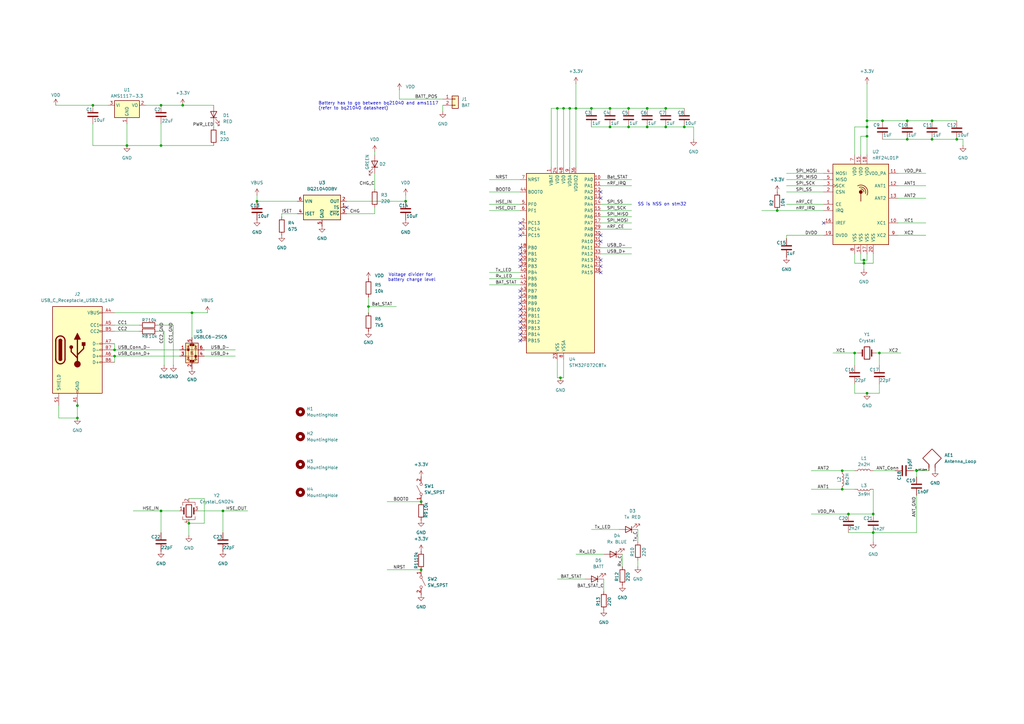
<source format=kicad_sch>
(kicad_sch (version 20231120) (generator "eeschema") (generator_version "8.0")
  (paper "A3")
  (lib_symbols
    (symbol "Battery_Management:BQ21040DBV"
      (property "Reference" "U" (at -7.62 6.35 0))
      (property "Value" "BQ21040DBV" (at 1.27 6.35 0))
      (symbol "BQ21040DBV_1_1"
        (pin input line (at 10.16 0 180) (length 2.54) (name "TS") (number "1"))
        (pin power_out line (at 10.16 2.54 180) (length 2.54) (name "OUT") (number "2"))
        (pin open_collector line (at 10.16 -2.54 180) (length 2.54) (name "~{CHG}") (number "3"))
        (pin input line (at -10.16 -2.54 0) (length 2.54) (name "ISET") (number "4"))
        (pin power_in line (at 0 -7.62 90) (length 2.54) (name "GND") (number "5"))
        (pin power_in line (at -10.16 2.54 0) (length 2.54) (name "VIN") (number "6"))
      )
    )
    (symbol "Connector:USB_C_Receptacle_USB2.0_14P" (pin_names (offset 1.016))
      (property "Reference" "J" (at 0 22.225 0))
      (property "Value" "USB_C_Receptacle_USB2.0_14P" (at 0 19.685 0))
      (symbol "USB_C_Receptacle_USB2.0_14P_1_1"
        (pin passive line (at 0 -22.86 90) (length 5.08) (name "GND") (number "A1"))
        (pin passive line (at 0 -22.86 90) (length 5.08) hide (name "GND") (number "A12"))
        (pin passive line (at 15.24 15.24 180) (length 5.08) (name "VBUS") (number "A4"))
        (pin bidirectional line (at 15.24 10.16 180) (length 5.08) (name "CC1") (number "A5"))
        (pin bidirectional line (at 15.24 -2.54 180) (length 5.08) (name "D+") (number "A6"))
        (pin bidirectional line (at 15.24 2.54 180) (length 5.08) (name "D-") (number "A7"))
        (pin passive line (at 15.24 15.24 180) (length 5.08) hide (name "VBUS") (number "A9"))
        (pin passive line (at 0 -22.86 90) (length 5.08) hide (name "GND") (number "B1"))
        (pin passive line (at 0 -22.86 90) (length 5.08) hide (name "GND") (number "B12"))
        (pin passive line (at 15.24 15.24 180) (length 5.08) hide (name "VBUS") (number "B4"))
        (pin bidirectional line (at 15.24 7.62 180) (length 5.08) (name "CC2") (number "B5"))
        (pin bidirectional line (at 15.24 -5.08 180) (length 5.08) (name "D+") (number "B6"))
        (pin bidirectional line (at 15.24 0 180) (length 5.08) (name "D-") (number "B7"))
        (pin passive line (at 15.24 15.24 180) (length 5.08) hide (name "VBUS") (number "B9"))
        (pin passive line (at -7.62 -22.86 90) (length 5.08) (name "SHIELD") (number "S1"))
      )
    )
    (symbol "Connector_Generic:Conn_01x02" (pin_names (offset 1.016) hide)
      (property "Reference" "J" (at 0 2.54 0))
      (property "Value" "Conn_01x02" (at 0 -5.08 0))
      (symbol "Conn_01x02_1_1"
        (pin passive line (at -5.08 0 0) (length 3.81) (name "Pin_1") (number "1"))
        (pin passive line (at -5.08 -2.54 0) (length 3.81) (name "Pin_2") (number "2"))
      )
    )
    (symbol "Device:Antenna_Loop" (pin_numbers hide) (pin_names (offset 1.016) hide)
      (property "Reference" "AE" (at 1.27 6.35 0))
      (property "Value" "Antenna_Loop" (at 1.27 5.08 0))
      (symbol "Antenna_Loop_1_1"
        (pin input line (at 0 -5.08 90) (length 2.54) (name "~") (number "1"))
        (pin input line (at 2.54 -5.08 90) (length 2.54) (name "~") (number "2"))
      )
    )
    (symbol "Device:C" (pin_numbers hide) (pin_names (offset 0.254))
      (property "Reference" "C" (at 0.635 2.54 0))
      (property "Value" "C" (at 0.635 -2.54 0))
      (symbol "C_1_1"
        (pin passive line (at 0 3.81 270) (length 2.794) (name "~") (number "1"))
        (pin passive line (at 0 -3.81 90) (length 2.794) (name "~") (number "2"))
      )
    )
    (symbol "Device:Crystal" (pin_numbers hide) (pin_names (offset 1.016) hide)
      (property "Reference" "Y" (at 0 3.81 0))
      (property "Value" "Crystal" (at 0 -3.81 0))
      (symbol "Crystal_1_1"
        (pin passive line (at -3.81 0 0) (length 1.27) (name "1") (number "1"))
        (pin passive line (at 3.81 0 180) (length 1.27) (name "2") (number "2"))
      )
    )
    (symbol "Device:Crystal_GND24" (pin_names (offset 1.016) hide)
      (property "Reference" "Y" (at 3.175 5.08 0))
      (property "Value" "Crystal_GND24" (at 3.175 3.175 0))
      (symbol "Crystal_GND24_1_1"
        (pin passive line (at -3.81 0 0) (length 1.27) (name "1") (number "1"))
        (pin passive line (at 0 5.08 270) (length 1.27) (name "2") (number "2"))
        (pin passive line (at 3.81 0 180) (length 1.27) (name "3") (number "3"))
        (pin passive line (at 0 -5.08 90) (length 1.27) (name "4") (number "4"))
      )
    )
    (symbol "Device:L" (pin_numbers hide) (pin_names (offset 1.016) hide)
      (property "Reference" "L" (at -1.27 0 90))
      (property "Value" "L" (at 1.905 0 90))
      (symbol "L_1_1"
        (pin passive line (at 0 3.81 270) (length 1.27) (name "1") (number "1"))
        (pin passive line (at 0 -3.81 90) (length 1.27) (name "2") (number "2"))
      )
    )
    (symbol "Device:LED" (pin_numbers hide) (pin_names (offset 1.016) hide)
      (property "Reference" "D" (at 0 2.54 0))
      (property "Value" "LED" (at 0 -2.54 0))
      (symbol "LED_1_1"
        (pin passive line (at -3.81 0 0) (length 2.54) (name "K") (number "1"))
        (pin passive line (at 3.81 0 180) (length 2.54) (name "A") (number "2"))
      )
    )
    (symbol "Device:R" (pin_numbers hide) (pin_names (offset 0))
      (property "Reference" "R" (at 2.032 0 90))
      (property "Value" "R" (at 0 0 90))
      (symbol "R_1_1"
        (pin passive line (at 0 3.81 270) (length 1.27) (name "~") (number "1"))
        (pin passive line (at 0 -3.81 90) (length 1.27) (name "~") (number "2"))
      )
    )
    (symbol "MCU_ST_STM32F0:STM32F072C8Tx"
      (property "Reference" "U" (at -12.7 39.37 0))
      (property "Value" "STM32F072C8Tx" (at 10.16 39.37 0))
      (symbol "STM32F072C8Tx_1_1"
        (pin power_in line (at -2.54 40.64 270) (length 2.54) (name "VBAT") (number "1"))
        (pin bidirectional line (at 17.78 35.56 180) (length 2.54) (name "PA0") (number "10"))
        (pin bidirectional line (at 17.78 33.02 180) (length 2.54) (name "PA1") (number "11"))
        (pin bidirectional line (at 17.78 30.48 180) (length 2.54) (name "PA2") (number "12"))
        (pin bidirectional line (at 17.78 27.94 180) (length 2.54) (name "PA3") (number "13"))
        (pin bidirectional line (at 17.78 25.4 180) (length 2.54) (name "PA4") (number "14"))
        (pin bidirectional line (at 17.78 22.86 180) (length 2.54) (name "PA5") (number "15"))
        (pin bidirectional line (at 17.78 20.32 180) (length 2.54) (name "PA6") (number "16"))
        (pin bidirectional line (at 17.78 17.78 180) (length 2.54) (name "PA7") (number "17"))
        (pin bidirectional line (at -15.24 7.62 0) (length 2.54) (name "PB0") (number "18"))
        (pin bidirectional line (at -15.24 5.08 0) (length 2.54) (name "PB1") (number "19"))
        (pin bidirectional line (at -15.24 17.78 0) (length 2.54) (name "PC13") (number "2"))
        (pin bidirectional line (at -15.24 2.54 0) (length 2.54) (name "PB2") (number "20"))
        (pin bidirectional line (at -15.24 -17.78 0) (length 2.54) (name "PB10") (number "21"))
        (pin bidirectional line (at -15.24 -20.32 0) (length 2.54) (name "PB11") (number "22"))
        (pin power_in line (at 0 -38.1 90) (length 2.54) (name "VSS") (number "23"))
        (pin power_in line (at 0 40.64 270) (length 2.54) (name "VDD") (number "24"))
        (pin bidirectional line (at -15.24 -22.86 0) (length 2.54) (name "PB12") (number "25"))
        (pin bidirectional line (at -15.24 -25.4 0) (length 2.54) (name "PB13") (number "26"))
        (pin bidirectional line (at -15.24 -27.94 0) (length 2.54) (name "PB14") (number "27"))
        (pin bidirectional line (at -15.24 -30.48 0) (length 2.54) (name "PB15") (number "28"))
        (pin bidirectional line (at 17.78 15.24 180) (length 2.54) (name "PA8") (number "29"))
        (pin bidirectional line (at -15.24 15.24 0) (length 2.54) (name "PC14") (number "3"))
        (pin bidirectional line (at 17.78 12.7 180) (length 2.54) (name "PA9") (number "30"))
        (pin bidirectional line (at 17.78 10.16 180) (length 2.54) (name "PA10") (number "31"))
        (pin bidirectional line (at 17.78 7.62 180) (length 2.54) (name "PA11") (number "32"))
        (pin bidirectional line (at 17.78 5.08 180) (length 2.54) (name "PA12") (number "33"))
        (pin bidirectional line (at 17.78 2.54 180) (length 2.54) (name "PA13") (number "34"))
        (pin passive line (at 0 -38.1 90) (length 2.54) hide (name "VSS") (number "35"))
        (pin power_in line (at 7.62 40.64 270) (length 2.54) (name "VDDIO2") (number "36"))
        (pin bidirectional line (at 17.78 0 180) (length 2.54) (name "PA14") (number "37"))
        (pin bidirectional line (at 17.78 -2.54 180) (length 2.54) (name "PA15") (number "38"))
        (pin bidirectional line (at -15.24 0 0) (length 2.54) (name "PB3") (number "39"))
        (pin bidirectional line (at -15.24 12.7 0) (length 2.54) (name "PC15") (number "4"))
        (pin bidirectional line (at -15.24 -2.54 0) (length 2.54) (name "PB4") (number "40"))
        (pin bidirectional line (at -15.24 -5.08 0) (length 2.54) (name "PB5") (number "41"))
        (pin bidirectional line (at -15.24 -7.62 0) (length 2.54) (name "PB6") (number "42"))
        (pin bidirectional line (at -15.24 -10.16 0) (length 2.54) (name "PB7") (number "43"))
        (pin input line (at -15.24 30.48 0) (length 2.54) (name "BOOT0") (number "44"))
        (pin bidirectional line (at -15.24 -12.7 0) (length 2.54) (name "PB8") (number "45"))
        (pin bidirectional line (at -15.24 -15.24 0) (length 2.54) (name "PB9") (number "46"))
        (pin passive line (at 0 -38.1 90) (length 2.54) hide (name "VSS") (number "47"))
        (pin power_in line (at 2.54 40.64 270) (length 2.54) (name "VDD") (number "48"))
        (pin bidirectional line (at -15.24 25.4 0) (length 2.54) (name "PF0") (number "5"))
        (pin bidirectional line (at -15.24 22.86 0) (length 2.54) (name "PF1") (number "6"))
        (pin input line (at -15.24 35.56 0) (length 2.54) (name "NRST") (number "7"))
        (pin power_in line (at 2.54 -38.1 90) (length 2.54) (name "VSSA") (number "8"))
        (pin power_in line (at 5.08 40.64 270) (length 2.54) (name "VDDA") (number "9"))
      )
    )
    (symbol "Mechanical:MountingHole" (pin_names (offset 1.016)) (exclude_from_sim yes) (in_bom no)
      (property "Reference" "H" (at 0 5.08 0))
      (property "Value" "MountingHole" (at 0 3.175 0))
    )
    (symbol "Power_Protection:USBLC6-2SC6" (pin_names hide)
      (property "Reference" "U" (at 0.635 5.715 0))
      (property "Value" "USBLC6-2SC6" (at 0.635 3.81 0))
      (symbol "USBLC6-2SC6_1_1"
        (pin passive line (at -5.08 0 0) (length 2.54) (name "I/O1") (number "1"))
        (pin passive line (at 0 -7.62 90) (length 2.54) (name "GND") (number "2"))
        (pin passive line (at -5.08 -2.54 0) (length 2.54) (name "I/O2") (number "3"))
        (pin passive line (at 5.08 -2.54 180) (length 2.54) (name "I/O2") (number "4"))
        (pin passive line (at 0 5.08 270) (length 2.54) (name "VBUS") (number "5"))
        (pin passive line (at 5.08 0 180) (length 2.54) (name "I/O1") (number "6"))
      )
    )
    (symbol "RF:nRF24L01P" (pin_names (offset 1.016))
      (property "Reference" "U" (at -11.43 17.78 0))
      (property "Value" "nRF24L01P" (at 5.08 17.78 0))
      (symbol "nRF24L01P_1_1"
        (pin input line (at -15.24 0 0) (length 3.81) (name "CE") (number "1"))
        (pin passive line (at 15.24 -7.62 180) (length 3.81) (name "XC1") (number "10"))
        (pin power_out line (at 15.24 12.7 180) (length 3.81) (name "VDD_PA") (number "11"))
        (pin passive line (at 15.24 7.62 180) (length 3.81) (name "ANT1") (number "12"))
        (pin passive line (at 15.24 2.54 180) (length 3.81) (name "ANT2") (number "13"))
        (pin power_in line (at 0 -20.32 90) (length 3.81) (name "VSS") (number "14"))
        (pin power_in line (at 0 20.32 270) (length 3.81) (name "VDD") (number "15"))
        (pin passive line (at -15.24 -7.62 0) (length 3.81) (name "IREF") (number "16"))
        (pin power_in line (at 2.54 -20.32 90) (length 3.81) (name "VSS") (number "17"))
        (pin power_in line (at 2.54 20.32 270) (length 3.81) (name "VDD") (number "18"))
        (pin power_out line (at -15.24 -12.7 0) (length 3.81) (name "DVDD") (number "19"))
        (pin input line (at -15.24 5.08 0) (length 3.81) (name "CSN") (number "2"))
        (pin power_in line (at 5.08 -20.32 90) (length 3.81) (name "VSS") (number "20"))
        (pin input clock (at -15.24 7.62 0) (length 3.81) (name "SCK") (number "3"))
        (pin input line (at -15.24 12.7 0) (length 3.81) (name "MOSI") (number "4"))
        (pin output line (at -15.24 10.16 0) (length 3.81) (name "MISO") (number "5"))
        (pin output line (at -15.24 -2.54 0) (length 3.81) (name "IRQ") (number "6"))
        (pin power_in line (at -2.54 20.32 270) (length 3.81) (name "VDD") (number "7"))
        (pin power_in line (at -2.54 -20.32 90) (length 3.81) (name "VSS") (number "8"))
        (pin passive line (at 15.24 -12.7 180) (length 3.81) (name "XC2") (number "9"))
      )
    )
    (symbol "Regulator_Linear:AMS1117-3.3"
      (property "Reference" "U" (at -3.81 3.175 0))
      (property "Value" "AMS1117-3.3" (at 0 3.175 0))
      (symbol "AMS1117-3.3_1_1"
        (pin power_in line (at 0 -7.62 90) (length 2.54) (name "GND") (number "1"))
        (pin power_out line (at 7.62 0 180) (length 2.54) (name "VO") (number "2"))
        (pin power_in line (at -7.62 0 0) (length 2.54) (name "VI") (number "3"))
      )
    )
    (symbol "Switch:SW_SPST" (pin_names (offset 0) hide)
      (property "Reference" "SW" (at 0 3.175 0))
      (property "Value" "SW_SPST" (at 0 -2.54 0))
      (symbol "SW_SPST_1_1"
        (pin passive line (at -5.08 0 0) (length 2.54) (name "A") (number "1"))
        (pin passive line (at 5.08 0 180) (length 2.54) (name "B") (number "2"))
      )
    )
    (symbol "power:+3.3V" (power) (pin_numbers hide) (pin_names (offset 0) hide)
      (property "Value" "+3.3V" (at 0 3.556 0))
      (symbol "+3.3V_1_1"
        (pin power_in line (at 0 0 90) (length 0) (name "~") (number "1"))
      )
    )
    (symbol "power:+3V3" (power) (pin_numbers hide) (pin_names (offset 0) hide)
      (property "Value" "+3V3" (at 0 3.556 0))
      (symbol "+3V3_1_1"
        (pin power_in line (at 0 0 90) (length 0) (name "~") (number "1"))
      )
    )
    (symbol "power:GND" (power) (pin_numbers hide) (pin_names (offset 0) hide)
      (property "Value" "GND" (at 0 -3.81 0))
      (symbol "GND_1_1"
        (pin power_in line (at 0 0 270) (length 0) (name "~") (number "1"))
      )
    )
    (symbol "power:VBUS" (power) (pin_numbers hide) (pin_names (offset 0) hide)
      (property "Value" "VBUS" (at 0 3.556 0))
      (symbol "VBUS_1_1"
        (pin power_in line (at 0 0 90) (length 0) (name "~") (number "1"))
      )
    )
    (symbol "power:VDD" (power) (pin_numbers hide) (pin_names (offset 0) hide)
      (property "Value" "VDD" (at 0 3.556 0))
      (symbol "VDD_1_1"
        (pin power_in line (at 0 0 90) (length 0) (name "~") (number "1"))
      )
    )
  )
  (junction (at 354.33 107.95))
  (junction (at 265.43 52.07))
  (junction (at 358.14 218.44))
  (junction (at 257.81 52.07))
  (junction (at 392.43 57.15))
  (junction (at 361.95 49.53))
  (junction (at 354.33 106.68))
  (junction (at 242.57 44.45))
  (junction (at 318.77 86.36))
  (junction (at 38.1 43.18))
  (junction (at 78.74 128.27))
  (junction (at 52.07 59.69))
  (junction (at 166.37 82.55))
  (junction (at 265.43 44.45))
  (junction (at 350.52 144.78))
  (junction (at 347.98 210.82))
  (junction (at 105.41 82.55))
  (junction (at 74.93 43.18))
  (junction (at 355.6 49.53))
  (junction (at 382.27 49.53))
  (junction (at 31.75 166.37))
  (junction (at 91.44 209.55))
  (junction (at 345.44 193.04))
  (junction (at 229.87 154.94))
  (junction (at 358.14 210.82))
  (junction (at 66.04 59.69))
  (junction (at 375.92 193.04))
  (junction (at 172.72 205.74))
  (junction (at 172.72 233.68))
  (junction (at 31.75 171.45))
  (junction (at 77.47 214.63))
  (junction (at 151.13 125.73))
  (junction (at 66.04 209.55))
  (junction (at 250.19 44.45))
  (junction (at 345.44 200.66))
  (junction (at 257.81 44.45))
  (junction (at 46.99 146.05))
  (junction (at 382.27 57.15))
  (junction (at 355.6 52.07))
  (junction (at 273.05 52.07))
  (junction (at 236.22 44.45))
  (junction (at 273.05 44.45))
  (junction (at 228.6 44.45))
  (junction (at 233.68 44.45))
  (junction (at 372.11 49.53))
  (junction (at 355.6 161.29))
  (junction (at 231.14 44.45))
  (junction (at 66.04 43.18))
  (junction (at 372.11 57.15))
  (junction (at 355.6 55.88))
  (junction (at 250.19 52.07))
  (junction (at 280.67 52.07))
  (junction (at 360.68 144.78))
  (junction (at 46.99 143.51))
  (no_connect (at 337.82 91.44))
  (no_connect (at 213.36 121.92))
  (no_connect (at 213.36 127))
  (no_connect (at 213.36 109.22))
  (no_connect (at 246.38 78.74))
  (no_connect (at 213.36 93.98))
  (no_connect (at 213.36 124.46))
  (no_connect (at 246.38 109.22))
  (no_connect (at 246.38 96.52))
  (no_connect (at 213.36 104.14))
  (no_connect (at 213.36 129.54))
  (no_connect (at 213.36 91.44))
  (no_connect (at 142.24 85.09))
  (no_connect (at 213.36 139.7))
  (no_connect (at 246.38 99.06))
  (no_connect (at 213.36 137.16))
  (no_connect (at 213.36 106.68))
  (no_connect (at 213.36 132.08))
  (no_connect (at 246.38 106.68))
  (no_connect (at 246.38 111.76))
  (no_connect (at 213.36 119.38))
  (no_connect (at 246.38 81.28))
  (no_connect (at 213.36 134.62))
  (no_connect (at 213.36 96.52))
  (no_connect (at 213.36 101.6))
  (wire (pts (xy 105.41 82.55) (xy 121.92 82.55)))
  (wire (pts (xy 360.68 157.48) (xy 360.68 161.29)))
  (wire (pts (xy 246.38 73.66) (xy 259.08 73.66)))
  (wire (pts (xy 261.62 217.17) (xy 261.62 222.25)))
  (wire (pts (xy 74.93 43.18) (xy 87.63 43.18)))
  (wire (pts (xy 231.14 44.45) (xy 231.14 68.58)))
  (wire (pts (xy 332.74 210.82) (xy 347.98 210.82)))
  (wire (pts (xy 77.47 214.63) (xy 77.47 219.71)))
  (wire (pts (xy 353.06 104.14) (xy 353.06 106.68)))
  (wire (pts (xy 354.33 106.68) (xy 354.33 107.95)))
  (wire (pts (xy 242.57 44.45) (xy 250.19 44.45)))
  (wire (pts (xy 354.33 107.95) (xy 358.14 107.95)))
  (wire (pts (xy 66.04 59.69) (xy 87.63 59.69)))
  (wire (pts (xy 322.58 96.52) (xy 337.82 96.52)))
  (wire (pts (xy 374.65 193.04) (xy 375.92 193.04)))
  (wire (pts (xy 200.66 116.84) (xy 213.36 116.84)))
  (wire (pts (xy 322.58 71.12) (xy 337.82 71.12)))
  (wire (pts (xy 38.1 50.8) (xy 38.1 59.69)))
  (wire (pts (xy 368.3 91.44) (xy 379.73 91.44)))
  (wire (pts (xy 355.6 104.14) (xy 355.6 106.68)))
  (wire (pts (xy 375.92 193.04) (xy 381 193.04)))
  (wire (pts (xy 83.82 214.63) (xy 77.47 214.63)))
  (wire (pts (xy 361.95 57.15) (xy 372.11 57.15)))
  (wire (pts (xy 358.14 218.44) (xy 358.14 222.25)))
  (wire (pts (xy 318.77 86.36) (xy 337.82 86.36)))
  (wire (pts (xy 166.37 80.01) (xy 166.37 82.55)))
  (wire (pts (xy 368.3 81.28) (xy 379.73 81.28)))
  (wire (pts (xy 226.06 44.45) (xy 226.06 68.58)))
  (wire (pts (xy 73.66 209.55) (xy 66.04 209.55)))
  (wire (pts (xy 246.38 104.14) (xy 259.08 104.14)))
  (wire (pts (xy 353.06 63.5) (xy 353.06 55.88)))
  (wire (pts (xy 151.13 125.73) (xy 151.13 128.27)))
  (wire (pts (xy 31.75 165.1) (xy 31.75 166.37)))
  (wire (pts (xy 158.75 205.74) (xy 172.72 205.74)))
  (wire (pts (xy 151.13 121.92) (xy 151.13 125.73)))
  (wire (pts (xy 24.13 171.45) (xy 31.75 171.45)))
  (wire (pts (xy 166.37 82.55) (xy 142.24 82.55)))
  (wire (pts (xy 231.14 147.32) (xy 231.14 154.94)))
  (wire (pts (xy 67.31 135.89) (xy 67.31 149.86)))
  (wire (pts (xy 64.77 133.35) (xy 71.12 133.35)))
  (wire (pts (xy 46.99 135.89) (xy 57.15 135.89)))
  (wire (pts (xy 200.66 114.3) (xy 213.36 114.3)))
  (wire (pts (xy 250.19 52.07) (xy 257.81 52.07)))
  (wire (pts (xy 355.6 55.88) (xy 355.6 63.5)))
  (wire (pts (xy 360.68 161.29) (xy 355.6 161.29)))
  (wire (pts (xy 46.99 128.27) (xy 78.74 128.27)))
  (wire (pts (xy 368.3 71.12) (xy 379.73 71.12)))
  (wire (pts (xy 115.57 88.9) (xy 115.57 87.63)))
  (wire (pts (xy 350.52 104.14) (xy 350.52 107.95)))
  (wire (pts (xy 345.44 193.04) (xy 350.52 193.04)))
  (wire (pts (xy 360.68 144.78) (xy 360.68 149.86)))
  (wire (pts (xy 250.19 44.45) (xy 257.81 44.45)))
  (wire (pts (xy 350.52 107.95) (xy 354.33 107.95)))
  (wire (pts (xy 358.14 193.04) (xy 367.03 193.04)))
  (wire (pts (xy 360.68 144.78) (xy 369.57 144.78)))
  (wire (pts (xy 54.61 209.55) (xy 66.04 209.55)))
  (wire (pts (xy 265.43 44.45) (xy 273.05 44.45)))
  (wire (pts (xy 265.43 52.07) (xy 273.05 52.07)))
  (wire (pts (xy 228.6 147.32) (xy 228.6 154.94)))
  (wire (pts (xy 31.75 166.37) (xy 31.75 171.45)))
  (wire (pts (xy 355.6 49.53) (xy 361.95 49.53)))
  (wire (pts (xy 233.68 68.58) (xy 233.68 44.45)))
  (wire (pts (xy 200.66 78.74) (xy 213.36 78.74)))
  (wire (pts (xy 228.6 44.45) (xy 231.14 44.45)))
  (wire (pts (xy 355.6 106.68) (xy 354.33 106.68)))
  (wire (pts (xy 350.52 144.78) (xy 351.79 144.78)))
  (wire (pts (xy 66.04 50.8) (xy 66.04 59.69)))
  (wire (pts (xy 372.11 49.53) (xy 382.27 49.53)))
  (wire (pts (xy 273.05 44.45) (xy 280.67 44.45)))
  (wire (pts (xy 273.05 52.07) (xy 280.67 52.07)))
  (wire (pts (xy 355.6 52.07) (xy 355.6 55.88)))
  (wire (pts (xy 115.57 87.63) (xy 121.92 87.63)))
  (wire (pts (xy 368.3 76.2) (xy 379.73 76.2)))
  (wire (pts (xy 246.38 86.36) (xy 259.08 86.36)))
  (wire (pts (xy 345.44 200.66) (xy 350.52 200.66)))
  (wire (pts (xy 246.38 93.98) (xy 259.08 93.98)))
  (wire (pts (xy 242.57 52.07) (xy 250.19 52.07)))
  (wire (pts (xy 354.33 107.95) (xy 354.33 110.49)))
  (wire (pts (xy 375.92 193.04) (xy 375.92 195.58)))
  (wire (pts (xy 242.57 217.17) (xy 254 217.17)))
  (wire (pts (xy 142.24 87.63) (xy 153.67 87.63)))
  (wire (pts (xy 341.63 144.78) (xy 350.52 144.78)))
  (wire (pts (xy 231.14 44.45) (xy 233.68 44.45)))
  (wire (pts (xy 46.99 146.05) (xy 46.99 148.59)))
  (wire (pts (xy 38.1 59.69) (xy 52.07 59.69)))
  (wire (pts (xy 236.22 44.45) (xy 242.57 44.45)))
  (wire (pts (xy 322.58 83.82) (xy 337.82 83.82)))
  (wire (pts (xy 322.58 76.2) (xy 337.82 76.2)))
  (wire (pts (xy 24.13 166.37) (xy 24.13 171.45)))
  (wire (pts (xy 71.12 133.35) (xy 71.12 149.86)))
  (wire (pts (xy 261.62 229.87) (xy 261.62 232.41)))
  (wire (pts (xy 246.38 91.44) (xy 259.08 91.44)))
  (wire (pts (xy 181.61 43.18) (xy 181.61 45.72)))
  (wire (pts (xy 228.6 44.45) (xy 228.6 68.58)))
  (wire (pts (xy 368.3 96.52) (xy 379.73 96.52)))
  (wire (pts (xy 46.99 143.51) (xy 73.66 143.51)))
  (wire (pts (xy 78.74 128.27) (xy 78.74 138.43)))
  (wire (pts (xy 347.98 210.82) (xy 358.14 210.82)))
  (wire (pts (xy 200.66 83.82) (xy 213.36 83.82)))
  (wire (pts (xy 231.14 154.94) (xy 229.87 154.94)))
  (wire (pts (xy 153.67 71.12) (xy 153.67 77.47)))
  (wire (pts (xy 358.14 200.66) (xy 358.14 210.82)))
  (wire (pts (xy 312.42 86.36) (xy 318.77 86.36)))
  (wire (pts (xy 361.95 49.53) (xy 372.11 49.53)))
  (wire (pts (xy 355.6 34.29) (xy 355.6 49.53)))
  (wire (pts (xy 392.43 57.15) (xy 394.97 57.15)))
  (wire (pts (xy 246.38 101.6) (xy 259.08 101.6)))
  (wire (pts (xy 353.06 55.88) (xy 355.6 55.88)))
  (wire (pts (xy 350.52 149.86) (xy 350.52 144.78)))
  (wire (pts (xy 46.99 140.97) (xy 46.99 143.51)))
  (wire (pts (xy 355.6 49.53) (xy 355.6 52.07)))
  (wire (pts (xy 87.63 50.8) (xy 87.63 52.07)))
  (wire (pts (xy 246.38 88.9) (xy 259.08 88.9)))
  (wire (pts (xy 64.77 135.89) (xy 67.31 135.89)))
  (wire (pts (xy 350.52 161.29) (xy 355.6 161.29)))
  (wire (pts (xy 246.38 83.82) (xy 259.08 83.82)))
  (wire (pts (xy 158.75 233.68) (xy 172.72 233.68)))
  (wire (pts (xy 163.83 36.83) (xy 163.83 40.64)))
  (wire (pts (xy 236.22 44.45) (xy 236.22 68.58)))
  (wire (pts (xy 66.04 43.18) (xy 74.93 43.18)))
  (wire (pts (xy 382.27 49.53) (xy 392.43 49.53)))
  (wire (pts (xy 322.58 78.74) (xy 337.82 78.74)))
  (wire (pts (xy 46.99 133.35) (xy 57.15 133.35)))
  (wire (pts (xy 359.41 144.78) (xy 360.68 144.78)))
  (wire (pts (xy 91.44 209.55) (xy 91.44 218.44)))
  (wire (pts (xy 81.28 209.55) (xy 91.44 209.55)))
  (wire (pts (xy 46.99 146.05) (xy 73.66 146.05)))
  (wire (pts (xy 284.48 52.07) (xy 280.67 52.07)))
  (wire (pts (xy 358.14 104.14) (xy 358.14 107.95)))
  (wire (pts (xy 83.82 204.47) (xy 77.47 204.47)))
  (wire (pts (xy 151.13 125.73) (xy 162.56 125.73)))
  (wire (pts (xy 332.74 193.04) (xy 345.44 193.04)))
  (wire (pts (xy 247.65 237.49) (xy 247.65 242.57)))
  (wire (pts (xy 59.69 43.18) (xy 66.04 43.18)))
  (wire (pts (xy 350.52 52.07) (xy 355.6 52.07)))
  (wire (pts (xy 236.22 227.33) (xy 247.65 227.33)))
  (wire (pts (xy 255.27 232.41) (xy 255.27 227.33)))
  (wire (pts (xy 200.66 111.76) (xy 213.36 111.76)))
  (wire (pts (xy 22.86 43.18) (xy 38.1 43.18)))
  (wire (pts (xy 228.6 237.49) (xy 240.03 237.49)))
  (wire (pts (xy 66.04 209.55) (xy 66.04 218.44)))
  (wire (pts (xy 347.98 218.44) (xy 358.14 218.44)))
  (wire (pts (xy 105.41 80.01) (xy 105.41 82.55)))
  (wire (pts (xy 353.06 106.68) (xy 354.33 106.68)))
  (wire (pts (xy 153.67 62.23) (xy 153.67 63.5)))
  (wire (pts (xy 52.07 50.8) (xy 52.07 59.69)))
  (wire (pts (xy 372.11 57.15) (xy 382.27 57.15)))
  (wire (pts (xy 394.97 57.15) (xy 394.97 59.69)))
  (wire (pts (xy 83.82 143.51) (xy 96.52 143.51)))
  (wire (pts (xy 332.74 200.66) (xy 345.44 200.66)))
  (wire (pts (xy 233.68 44.45) (xy 236.22 44.45)))
  (wire (pts (xy 78.74 128.27) (xy 85.09 128.27)))
  (wire (pts (xy 228.6 154.94) (xy 229.87 154.94)))
  (wire (pts (xy 226.06 44.45) (xy 228.6 44.45)))
  (wire (pts (xy 66.04 59.69) (xy 52.07 59.69)))
  (wire (pts (xy 246.38 76.2) (xy 259.08 76.2)))
  (wire (pts (xy 382.27 57.15) (xy 392.43 57.15)))
  (wire (pts (xy 350.52 63.5) (xy 350.52 52.07)))
  (wire (pts (xy 38.1 43.18) (xy 44.45 43.18)))
  (wire (pts (xy 83.82 204.47) (xy 83.82 214.63)))
  (wire (pts (xy 350.52 157.48) (xy 350.52 161.29)))
  (wire (pts (xy 163.83 40.64) (xy 181.61 40.64)))
  (wire (pts (xy 83.82 146.05) (xy 96.52 146.05)))
  (wire (pts (xy 322.58 73.66) (xy 337.82 73.66)))
  (wire (pts (xy 322.58 96.52) (xy 322.58 97.79)))
  (wire (pts (xy 257.81 52.07) (xy 265.43 52.07)))
  (wire (pts (xy 236.22 34.29) (xy 236.22 44.45)))
  (wire (pts (xy 153.67 85.09) (xy 153.67 87.63)))
  (wire (pts (xy 284.48 57.15) (xy 284.48 52.07)))
  (wire (pts (xy 257.81 44.45) (xy 265.43 44.45)))
  (wire (pts (xy 200.66 86.36) (xy 213.36 86.36)))
  (wire (pts (xy 375.92 218.44) (xy 358.14 218.44)))
  (wire (pts (xy 200.66 73.66) (xy 213.36 73.66)))
  (wire (pts (xy 375.92 203.2) (xy 375.92 218.44)))
  (wire (pts (xy 91.44 209.55) (xy 101.6 209.55)))
  (text "Voltage divider for \nbattery charge level\n" (at 168.91 113.792 0) (effects (font (size 1.27 1.27))))
  (text "Battery has to go between bq21040 and ams1117 \n(refer to bq21040 datasheet) \n" (at 130.556 43.434 0) (effects (font (size 1.27 1.27)) (justify left)))
  (text "SS is NSS on stm32 \n" (at 272.034 83.82 0) (effects (font (size 1.27 1.27))))
  (label "SPI_MISO" (at 248.92 88.9 0))
  (label "PWR_LED" (at 87.63 52.07 180))
  (label "BATT_POS" (at 170.18 40.64 0))
  (label "HSE_OUT" (at 203.2 86.36 0))
  (label "SPI_MOSI" (at 248.92 91.44 0))
  (label "SPI_SS" (at 326.39 78.74 0))
  (label "nRF_IRQ" (at 326.39 86.36 0))
  (label "ANT_GND" (at 375.92 212.09 90))
  (label "SPI_MISO" (at 326.39 73.66 0))
  (label "nRF_CE" (at 248.92 93.98 0))
  (label "USB_D-" (at 86.36 143.51 0))
  (label "nRF_CE" (at 326.39 83.82 0))
  (label "CC2_GND" (at 67.31 140.97 90))
  (label "SPI_SCK" (at 326.39 76.2 0))
  (label "SPI_MOSI" (at 326.39 71.12 0))
  (label "Tx_LED" (at 243.84 217.17 0))
  (label "Bat_STAT" (at 152.4 125.73 0))
  (label "nRF_IRQ" (at 248.92 76.2 0))
  (label "USB_D+" (at 86.36 146.05 0))
  (label "Rx_LED" (at 203.2 114.3 0))
  (label "VDD_PA" (at 370.84 71.12 0))
  (label "ANT2" (at 370.84 81.28 0))
  (label "XC2" (at 364.49 144.78 0))
  (label "XC1" (at 370.84 91.44 0))
  (label "to_ANT_Conn" (at 380.3115 193.04 180) (effects (font (size 0.508 0.508))))
  (label "Bat_STAT" (at 248.92 73.66 0))
  (label "NRST" (at 203.2 73.66 0))
  (label "Rx_C" (at 255.27 232.41 90))
  (label "BOOT0" (at 161.29 205.74 0))
  (label "ANT1" (at 370.84 76.2 0))
  (label "USB_Conn_D+" (at 48.26 146.05 0))
  (label "USB_D-" (at 248.92 101.6 0))
  (label "BAT_STAT_C" (at 247.65 241.3 180))
  (label "ANT1" (at 335.28 200.66 0))
  (label "BAT_STAT" (at 229.87 237.49 0))
  (label "SPI_SS" (at 248.92 83.82 0))
  (label "ISET" (at 115.57 87.63 0))
  (label "BAT_STAT" (at 203.2 116.84 0))
  (label "SPI_SCK" (at 248.92 86.36 0))
  (label "VDD_PA" (at 335.28 210.82 0))
  (label "CC2" (at 48.26 135.89 0))
  (label "DVDD" (at 330.2 96.52 0))
  (label "CHG" (at 143.51 87.63 0))
  (label "Tx_C" (at 261.62 222.25 90))
  (label "CHG_C" (at 153.67 76.2 180))
  (label "NRST" (at 161.29 233.68 0))
  (label "HSE_IN" (at 203.2 83.82 0))
  (label "XC1" (at 342.9 144.78 0))
  (label "CC1" (at 48.26 133.35 0))
  (label "Tx_LED" (at 203.2 111.76 0))
  (label "CC1_GND" (at 71.12 140.97 90))
  (label "HSE_IN" (at 58.42 209.55 0))
  (label "USB_Conn_D-" (at 48.26 143.51 0))
  (label "Rx_LED" (at 237.49 227.33 0))
  (label "XC2" (at 370.84 96.52 0))
  (label "ANT_Conn" (at 359.41 193.04 0))
  (label "BOOT0" (at 203.2 78.74 0))
  (label "USB_D+" (at 248.92 104.14 0))
  (label "ANT2" (at 335.28 193.04 0))
  (label "HSE_OUT" (at 92.71 209.55 0))
  (symbol (lib_id "Device:C") (at 322.58 101.6 0) (unit 1)
    (property "Reference" "C15" (at 318.516 99.568 0) (effects (justify left)))
    (property "Value" "1uF" (at 322.58 103.886 0) (effects (justify left)))
    (property "Footprint" "Capacitor_SMD:C_0402_1005Metric" (effects (hide yes)))
    (property "Description" "Unpolarized capacitor" (effects (hide yes)))
  )
  (symbol (lib_id "power:GND") (at 358.14 222.25 0) (unit 1)
    (property "Reference" "#PWR033" (effects (hide yes)))
    (property "Value" "GND" (at 358.14 227.33 0))
    (property "Description" "Power symbol creates a global label with name \"GND\" , ground" (effects (hide yes)))
  )
  (symbol (lib_id "Mechanical:MountingHole") (at 123.19 179.07 0) (unit 1) (exclude_from_sim yes) (in_bom no)
    (property "Reference" "H2" (at 125.73 177.7999 0) (effects (justify left)))
    (property "Value" "MountingHole" (at 125.73 180.3399 0) (effects (justify left)))
    (property "Footprint" "MountingHole:MountingHole_2.2mm_M2" (effects (hide yes)))
    (property "Description" "Mounting Hole without connection" (effects (hide yes)))
  )
  (symbol (lib_id "Device:C") (at 105.41 86.36 0) (unit 1)
    (property "Reference" "C13" (at 102.616 84.328 0) (effects (justify left)))
    (property "Value" "10uF" (at 105.664 88.646 0) (effects (justify left)))
    (property "Footprint" "Capacitor_SMD:C_0603_1608Metric" (effects (hide yes)))
    (property "Description" "Unpolarized capacitor" (effects (hide yes)))
  )
  (symbol (lib_id "power:GND") (at 166.37 90.17 0) (unit 1)
    (property "Reference" "#PWR015" (effects (hide yes)))
    (property "Value" "GND" (at 166.37 95.25 0))
    (property "Description" "Power symbol creates a global label with name \"GND\" , ground" (effects (hide yes)))
  )
  (symbol (lib_id "Device:C") (at 358.14 214.63 0) (unit 1)
    (property "Reference" "C21" (at 354.076 212.598 0) (effects (justify left)))
    (property "Value" "4n2F" (at 358.14 216.916 0) (effects (justify left)))
    (property "Footprint" "Capacitor_SMD:C_0402_1005Metric" (effects (hide yes)))
    (property "Description" "Unpolarized capacitor" (effects (hide yes)))
  )
  (symbol (lib_id "power:GND") (at 229.87 154.94 0) (unit 1)
    (property "Reference" "#PWR026" (effects (hide yes)))
    (property "Value" "GND" (at 229.87 160.02 0))
    (property "Description" "Power symbol creates a global label with name \"GND\" , ground" (effects (hide yes)))
  )
  (symbol (lib_id "power:GND") (at 355.6 161.29 0) (unit 1)
    (property "Reference" "#PWR027" (effects (hide yes)))
    (property "Value" "GND" (at 355.6 166.37 0))
    (property "Description" "Power symbol creates a global label with name \"GND\" , ground" (effects (hide yes)))
  )
  (symbol (lib_id "Device:R") (at 172.72 229.87 0) (mirror x) (unit 1)
    (property "Reference" "R11" (at 170.688 231.394 90))
    (property "Value" "10k" (at 170.688 228.092 90))
    (property "Footprint" "Resistor_SMD:R_0603_1608Metric" (effects (hide yes)))
    (property "Description" "Resistor" (effects (hide yes)))
  )
  (symbol (lib_id "power:GND") (at 172.72 213.36 0) (unit 1)
    (property "Reference" "#PWR031" (effects (hide yes)))
    (property "Value" "GND" (at 172.72 218.44 0))
    (property "Description" "Power symbol creates a global label with name \"GND\" , ground" (effects (hide yes)))
  )
  (symbol (lib_id "Device:LED") (at 87.63 46.99 90) (unit 1)
    (property "Reference" "D1" (at 91.44 47.3074 90) (effects (justify right)))
    (property "Value" "RED" (at 91.44 49.8474 90) (effects (justify right)))
    (property "Footprint" "LED_SMD:LED_0603_1608Metric" (effects (hide yes)))
    (property "Description" "Light emitting diode" (effects (hide yes)))
  )
  (symbol (lib_id "power:GND") (at 91.44 226.06 0) (unit 1)
    (property "Reference" "#PWR035" (effects (hide yes)))
    (property "Value" "GND" (at 91.44 231.14 0))
    (property "Description" "Power symbol creates a global label with name \"GND\" , ground" (effects (hide yes)))
  )
  (symbol (lib_id "Device:C") (at 361.95 53.34 0) (unit 1)
    (property "Reference" "C9" (at 358.14 51.308 0) (effects (justify left)))
    (property "Value" "1uF" (at 362.204 55.372 0) (effects (justify left)))
    (property "Footprint" "Capacitor_SMD:C_0402_1005Metric" (effects (hide yes)))
    (property "Description" "Unpolarized capacitor" (effects (hide yes)))
  )
  (symbol (lib_id "Device:R") (at 151.13 132.08 0) (unit 1)
    (property "Reference" "R6" (at 153.67 130.8099 0) (effects (justify left)))
    (property "Value" "7k5" (at 153.67 133.3499 0) (effects (justify left)))
    (property "Footprint" "Resistor_SMD:R_0603_1608Metric" (effects (hide yes)))
    (property "Description" "Resistor" (effects (hide yes)))
  )
  (symbol (lib_id "power:+3V3") (at 236.22 34.29 0) (unit 1)
    (property "Reference" "#PWR01" (effects (hide yes)))
    (property "Value" "+3.3V" (at 236.22 29.21 0))
    (property "Description" "Power symbol creates a global label with name \"+3V3\"" (effects (hide yes)))
  )
  (symbol (lib_id "power:GND") (at 322.58 105.41 0) (unit 1)
    (property "Reference" "#PWR018" (effects (hide yes)))
    (property "Value" "GND" (at 322.58 110.49 0))
    (property "Description" "Power symbol creates a global label with name \"GND\" , ground" (effects (hide yes)))
  )
  (symbol (lib_id "Device:LED") (at 251.46 227.33 180) (unit 1)
    (property "Reference" "D4" (at 253.0475 219.71 0))
    (property "Value" "Rx BLUE" (at 253.0475 222.25 0))
    (property "Footprint" "LED_SMD:LED_0805_2012Metric" (effects (hide yes)))
    (property "Description" "Light emitting diode" (effects (hide yes)))
  )
  (symbol (lib_id "Device:C") (at 91.44 222.25 0) (unit 1)
    (property "Reference" "C23" (at 87.376 220.218 0) (effects (justify left)))
    (property "Value" "22pF" (at 91.44 224.536 0) (effects (justify left)))
    (property "Footprint" "Capacitor_SMD:C_0402_1005Metric" (effects (hide yes)))
    (property "Description" "Unpolarized capacitor" (effects (hide yes)))
  )
  (symbol (lib_id "Device:C") (at 280.67 48.26 0) (unit 1)
    (property "Reference" "C8" (at 277.876 46.228 0) (effects (justify left)))
    (property "Value" "10uF" (at 280.924 50.546 0) (effects (justify left)))
    (property "Footprint" "Capacitor_SMD:C_0603_1608Metric" (effects (hide yes)))
    (property "Description" "Unpolarized capacitor" (effects (hide yes)))
  )
  (symbol (lib_id "power:VBUS") (at 85.09 128.27 0) (unit 1)
    (property "Reference" "#PWR021" (effects (hide yes)))
    (property "Value" "VBUS" (at 85.09 123.19 0))
    (property "Description" "Power symbol creates a global label with name \"VBUS\"" (effects (hide yes)))
  )
  (symbol (lib_id "Device:L") (at 345.44 196.85 0) (unit 1)
    (property "Reference" "L2" (at 344.17 197.866 90) (effects (justify left)))
    (property "Value" "8n2H" (at 347.472 199.136 90) (effects (justify left)))
    (property "Footprint" "Inductor_SMD:L_0603_1608Metric" (effects (hide yes)))
    (property "Description" "Inductor" (effects (hide yes)))
  )
  (symbol (lib_id "power:GND") (at 77.47 219.71 0) (unit 1)
    (property "Reference" "#PWR032" (effects (hide yes)))
    (property "Value" "GND" (at 77.47 224.79 0))
    (property "Description" "Power symbol creates a global label with name \"GND\" , ground" (effects (hide yes)))
  )
  (symbol (lib_id "Device:R") (at 172.72 209.55 180) (unit 1)
    (property "Reference" "R9" (at 174.752 211.074 90))
    (property "Value" "10k" (at 174.752 207.772 90))
    (property "Footprint" "Resistor_SMD:R_0603_1608Metric" (effects (hide yes)))
    (property "Description" "Resistor" (effects (hide yes)))
  )
  (symbol (lib_id "Power_Protection:USBLC6-2SC6") (at 78.74 143.51 0) (unit 1)
    (property "Reference" "U5" (at 80.3911 135.89 0) (effects (justify left)))
    (property "Value" "USBLC6-2SC6" (at 79.248 138.176 0) (effects (justify left)))
    (property "Footprint" "Package_TO_SOT_SMD:SOT-23-6" (effects (hide yes)))
    (property "Datasheet" "https://www.st.com/resource/en/datasheet/usblc6-2.pdf" (effects (hide yes)))
    (property "Description" "Very low capacitance ESD protection diode, 2 data-line, SOT-23-6" (effects (hide yes)))
  )
  (symbol (lib_id "Connector:USB_C_Receptacle_USB2.0_14P") (at 31.75 143.51 0) (unit 1)
    (property "Reference" "J2" (at 31.75 120.65 0))
    (property "Value" "USB_C_Receptacle_USB2.0_14P" (at 31.75 123.19 0))
    (property "Footprint" "Connector_USB:USB_C_Receptacle_HRO_TYPE-C-31-M-12" (effects (hide yes)))
    (property "Datasheet" "https://www.usb.org/sites/default/files/documents/usb_type-c.zip" (effects (hide yes)))
    (property "Description" "USB 2.0-only 14P Type-C Receptacle connector" (effects (hide yes)))
  )
  (symbol (lib_id "Device:R") (at 318.77 82.55 0) (unit 1)
    (property "Reference" "R2" (at 316.484 84.582 90) (effects (justify left)))
    (property "Value" "10k" (at 321.056 84.836 90) (effects (justify left)))
    (property "Footprint" "Resistor_SMD:R_0603_1608Metric" (effects (hide yes)))
    (property "Description" "Resistor" (effects (hide yes)))
  )
  (symbol (lib_id "Device:C") (at 370.84 193.04 90) (unit 1)
    (property "Reference" "C18" (at 368.808 195.072 0))
    (property "Value" "1p5F" (at 373.126 190.246 0))
    (property "Footprint" "Capacitor_SMD:C_0402_1005Metric" (effects (hide yes)))
    (property "Description" "Unpolarized capacitor" (effects (hide yes)))
  )
  (symbol (lib_id "Device:Crystal_GND24") (at 77.47 209.55 0) (unit 1)
    (property "Reference" "Y2" (at 88.9 203.2314 0))
    (property "Value" "Crystal_GND24" (at 88.9 205.7714 0))
    (property "Footprint" "Crystal:Crystal_SMD_0603-4Pin_6.0x3.5mm" (effects (hide yes)))
    (property "Description" "Four pin crystal, GND on pins 2 and 4" (effects (hide yes)))
  )
  (symbol (lib_id "Device:C") (at 166.37 86.36 0) (unit 1)
    (property "Reference" "C14" (at 163.576 84.328 0) (effects (justify left)))
    (property "Value" "10uF" (at 166.624 88.646 0) (effects (justify left)))
    (property "Footprint" "Capacitor_SMD:C_0402_1005Metric" (effects (hide yes)))
    (property "Description" "Unpolarized capacitor" (effects (hide yes)))
  )
  (symbol (lib_id "Device:C") (at 392.43 53.34 0) (unit 1)
    (property "Reference" "C12" (at 388.366 51.308 0) (effects (justify left)))
    (property "Value" "10uF" (at 392.684 55.372 0) (effects (justify left)))
    (property "Footprint" "Capacitor_SMD:C_0603_1608Metric" (effects (hide yes)))
    (property "Description" "Unpolarized capacitor" (effects (hide yes)))
  )
  (symbol (lib_id "Device:R") (at 247.65 246.38 0) (unit 1)
    (property "Reference" "R13" (at 245.364 248.666 90) (effects (justify left)))
    (property "Value" "220" (at 249.936 248.666 90) (effects (justify left)))
    (property "Footprint" "Resistor_SMD:R_0603_1608Metric" (effects (hide yes)))
    (property "Description" "Resistor" (effects (hide yes)))
  )
  (symbol (lib_id "Switch:SW_SPST") (at 172.72 238.76 270) (unit 1)
    (property "Reference" "SW2" (at 175.26 237.4899 90) (effects (justify left)))
    (property "Value" "SW_SPST" (at 175.26 240.0299 90) (effects (justify left)))
    (property "Footprint" "Button_Switch_THT:SW_PUSH_6mm" (effects (hide yes)))
    (property "Description" "Single Pole Single Throw (SPST) switch" (effects (hide yes)))
  )
  (symbol (lib_id "Device:L") (at 354.33 200.66 270) (unit 1)
    (property "Reference" "L3" (at 354.33 199.136 90))
    (property "Value" "3n9H" (at 354.33 202.692 90))
    (property "Footprint" "Inductor_SMD:L_0603_1608Metric" (effects (hide yes)))
    (property "Description" "Inductor" (effects (hide yes)))
  )
  (symbol (lib_id "power:VBUS") (at 105.41 80.01 0) (unit 1)
    (property "Reference" "#PWR012" (effects (hide yes)))
    (property "Value" "VBUS" (at 105.41 74.93 0))
    (property "Description" "Power symbol creates a global label with name \"VBUS\"" (effects (hide yes)))
  )
  (symbol (lib_id "Connector_Generic:Conn_01x02") (at 186.69 40.64 0) (unit 1)
    (property "Reference" "J1" (at 189.23 40.6399 0) (effects (justify left)))
    (property "Value" "BAT" (at 189.23 43.1799 0) (effects (justify left)))
    (property "Footprint" "Connector_JST:JST_PH_S2B-PH-K_1x02_P2.00mm_Horizontal" (effects (hide yes)))
    (property "Description" "Generic connector, single row, 01x02, script generated (kicad-library-utils/schlib/autogen/connector/)" (effects (hide yes)))
  )
  (symbol (lib_id "Regulator_Linear:AMS1117-3.3") (at 52.07 43.18 0) (unit 1)
    (property "Reference" "U1" (at 52.07 36.83 0))
    (property "Value" "AMS1117-3.3" (at 52.07 39.37 0))
    (property "Footprint" "Package_TO_SOT_SMD:SOT-223-3_TabPin2" (effects (hide yes)))
    (property "Datasheet" "http://www.advanced-monolithic.com/pdf/ds1117.pdf" (effects (hide yes)))
    (property "Description" "1A Low Dropout regulator, positive, 3.3V fixed output, SOT-223" (effects (hide yes)))
  )
  (symbol (lib_id "power:GND") (at 78.74 151.13 0) (unit 1)
    (property "Reference" "#PWR025" (effects (hide yes)))
    (property "Value" "GND" (at 78.74 155.702 0))
    (property "Description" "Power symbol creates a global label with name \"GND\" , ground" (effects (hide yes)))
  )
  (symbol (lib_id "power:+3.3V") (at 172.72 195.58 0) (unit 1)
    (property "Reference" "#PWR030" (effects (hide yes)))
    (property "Value" "+3.3V" (at 172.72 190.5 0))
    (property "Description" "Power symbol creates a global label with name \"+3.3V\"" (effects (hide yes)))
  )
  (symbol (lib_id "Device:C") (at 350.52 153.67 0) (unit 1)
    (property "Reference" "C16" (at 346.456 151.638 0) (effects (justify left)))
    (property "Value" "22pF" (at 350.52 155.956 0) (effects (justify left)))
    (property "Footprint" "Capacitor_SMD:C_0402_1005Metric" (effects (hide yes)))
    (property "Description" "Unpolarized capacitor" (effects (hide yes)))
  )
  (symbol (lib_id "power:VDD") (at 166.37 80.01 0) (unit 1)
    (property "Reference" "#PWR013" (effects (hide yes)))
    (property "Value" "VDD" (at 166.37 74.93 0))
    (property "Description" "Power symbol creates a global label with name \"VDD\"" (effects (hide yes)))
  )
  (symbol (lib_id "Device:C") (at 273.05 48.26 0) (unit 1)
    (property "Reference" "C7" (at 270.256 46.228 0) (effects (justify left)))
    (property "Value" "1uF" (at 273.304 50.546 0) (effects (justify left)))
    (property "Footprint" "Capacitor_SMD:C_0402_1005Metric" (effects (hide yes)))
    (property "Description" "Unpolarized capacitor" (effects (hide yes)))
  )
  (symbol (lib_id "MCU_ST_STM32F0:STM32F072C8Tx") (at 228.6 109.22 0) (unit 1)
    (property "Reference" "U4" (at 233.3341 147.32 0) (effects (justify left)))
    (property "Value" "STM32F072C8Tx" (at 233.3341 149.86 0) (effects (justify left)))
    (property "Footprint" "Package_QFP:LQFP-48_7x7mm_P0.5mm" (effects (hide yes)))
    (property "Datasheet" "https://www.st.com/resource/en/datasheet/stm32f072c8.pdf" (effects (hide yes)))
    (property "Description" "STMicroelectronics Arm Cortex-M0 MCU, 64KB flash, 16KB RAM, 48 MHz, 2.0-3.6V, 37 GPIO, LQFP48" (effects (hide yes)))
  )
  (symbol (lib_id "Device:C") (at 242.57 48.26 0) (unit 1)
    (property "Reference" "C3" (at 239.776 46.228 0) (effects (justify left)))
    (property "Value" "1uF" (at 242.824 50.546 0) (effects (justify left)))
    (property "Footprint" "Capacitor_SMD:C_0402_1005Metric" (effects (hide yes)))
    (property "Description" "Unpolarized capacitor" (effects (hide yes)))
  )
  (symbol (lib_id "power:GND") (at 52.07 59.69 0) (unit 1)
    (property "Reference" "#PWR08" (effects (hide yes)))
    (property "Value" "GND" (at 52.07 64.77 0))
    (property "Description" "Power symbol creates a global label with name \"GND\" , ground" (effects (hide yes)))
  )
  (symbol (lib_id "Mechanical:MountingHole") (at 123.19 190.5 0) (unit 1) (exclude_from_sim yes) (in_bom no)
    (property "Reference" "H3" (at 125.73 189.2299 0) (effects (justify left)))
    (property "Value" "MountingHole" (at 125.73 191.7699 0) (effects (justify left)))
    (property "Footprint" "MountingHole:MountingHole_2.2mm_M2" (effects (hide yes)))
    (property "Description" "Mounting Hole without connection" (effects (hide yes)))
  )
  (symbol (lib_id "power:GND") (at 284.48 57.15 0) (unit 1)
    (property "Reference" "#PWR07" (effects (hide yes)))
    (property "Value" "GND" (at 284.48 62.23 0))
    (property "Description" "Power symbol creates a global label with name \"GND\" , ground" (effects (hide yes)))
  )
  (symbol (lib_id "power:GND") (at 132.08 92.71 0) (unit 1)
    (property "Reference" "#PWR016" (effects (hide yes)))
    (property "Value" "GND" (at 132.08 97.79 0))
    (property "Description" "Power symbol creates a global label with name \"GND\" , ground" (effects (hide yes)))
  )
  (symbol (lib_id "Device:C") (at 38.1 46.99 0) (unit 1)
    (property "Reference" "C1" (at 35.306 44.958 0) (effects (justify left)))
    (property "Value" "10uF" (at 38.354 49.276 0) (effects (justify left)))
    (property "Footprint" "Capacitor_SMD:C_0402_1005Metric" (effects (hide yes)))
    (property "Description" "Unpolarized capacitor" (effects (hide yes)))
  )
  (symbol (lib_id "power:GND") (at 354.33 110.49 0) (unit 1)
    (property "Reference" "#PWR019" (effects (hide yes)))
    (property "Value" "GND" (at 354.33 115.57 0))
    (property "Description" "Power symbol creates a global label with name \"GND\" , ground" (effects (hide yes)))
  )
  (symbol (lib_id "power:GND") (at 151.13 135.89 0) (unit 1)
    (property "Reference" "#PWR022" (effects (hide yes)))
    (property "Value" "GND" (at 151.13 140.462 0))
    (property "Description" "Power symbol creates a global label with name \"GND\" , ground" (effects (hide yes)))
  )
  (symbol (lib_id "power:+3.3V") (at 172.72 226.06 0) (unit 1)
    (property "Reference" "#PWR036" (effects (hide yes)))
    (property "Value" "+3.3V" (at 172.72 220.98 0))
    (property "Description" "Power symbol creates a global label with name \"+3.3V\"" (effects (hide yes)))
  )
  (symbol (lib_id "power:GND") (at 261.62 232.41 0) (unit 1)
    (property "Reference" "#PWR037" (effects (hide yes)))
    (property "Value" "GND" (at 261.62 237.49 0))
    (property "Description" "Power symbol creates a global label with name \"GND\" , ground" (effects (hide yes)))
  )
  (symbol (lib_id "Device:R") (at 261.62 226.06 0) (unit 1)
    (property "Reference" "R10" (at 259.334 228.346 90) (effects (justify left)))
    (property "Value" "220" (at 264.16 228.346 90) (effects (justify left)))
    (property "Footprint" "Resistor_SMD:R_0603_1608Metric" (effects (hide yes)))
    (property "Description" "Resistor" (effects (hide yes)))
  )
  (symbol (lib_id "Device:Crystal") (at 355.6 144.78 0) (unit 1)
    (property "Reference" "Y1" (at 355.6 137.16 0))
    (property "Value" "Crystal" (at 355.6 139.7 0))
    (property "Footprint" "Crystal:Crystal_SMD_0603-2Pin_6.0x3.5mm" (effects (hide yes)))
    (property "Description" "Two pin crystal" (effects (hide yes)))
  )
  (symbol (lib_id "power:GND") (at 172.72 243.84 0) (unit 1)
    (property "Reference" "#PWR039" (effects (hide yes)))
    (property "Value" "GND" (at 172.72 248.92 0))
    (property "Description" "Power symbol creates a global label with name \"GND\" , ground" (effects (hide yes)))
  )
  (symbol (lib_id "Device:R") (at 60.96 135.89 90) (unit 1)
    (property "Reference" "R8" (at 59.436 137.922 90))
    (property "Value" "10k" (at 62.738 137.922 90))
    (property "Footprint" "Resistor_SMD:R_0603_1608Metric" (effects (hide yes)))
    (property "Description" "Resistor" (effects (hide yes)))
  )
  (symbol (lib_id "power:VBUS") (at 22.86 43.18 0) (unit 1)
    (property "Reference" "#PWR04" (effects (hide yes)))
    (property "Value" "VDD" (at 20.9545 38.9865 0) (effects (justify left)))
    (property "Description" "Power symbol creates a global label with name \"VBUS\"" (effects (hide yes)))
  )
  (symbol (lib_id "power:GND") (at 394.97 59.69 0) (unit 1)
    (property "Reference" "#PWR09" (effects (hide yes)))
    (property "Value" "GND" (at 394.97 64.77 0))
    (property "Description" "Power symbol creates a global label with name \"GND\" , ground" (effects (hide yes)))
  )
  (symbol (lib_id "Device:R") (at 87.63 55.88 0) (unit 1)
    (property "Reference" "R1" (at 90.17 54.6099 0) (effects (justify left)))
    (property "Value" "220" (at 90.17 57.1499 0) (effects (justify left)))
    (property "Footprint" "Resistor_SMD:R_0603_1608Metric" (effects (hide yes)))
    (property "Description" "Resistor" (effects (hide yes)))
  )
  (symbol (lib_id "Device:R") (at 60.96 133.35 90) (unit 1)
    (property "Reference" "R7" (at 59.436 131.318 90))
    (property "Value" "10k" (at 62.484 131.318 90))
    (property "Footprint" "Inductor_SMD:L_0603_1608Metric" (effects (hide yes)))
    (property "Description" "Resistor" (effects (hide yes)))
  )
  (symbol (lib_id "Device:R") (at 255.27 236.22 0) (unit 1)
    (property "Reference" "R12" (at 252.984 238.506 90) (effects (justify left)))
    (property "Value" "220" (at 257.556 238.506 90) (effects (justify left)))
    (property "Footprint" "Resistor_SMD:R_0603_1608Metric" (effects (hide yes)))
    (property "Description" "Resistor" (effects (hide yes)))
  )
  (symbol (lib_id "Device:Antenna_Loop") (at 381 187.96 0) (unit 1)
    (property "Reference" "AE1" (at 387.35 186.6899 0) (effects (justify left)))
    (property "Value" "Antenna_Loop" (at 387.35 189.2299 0) (effects (justify left)))
    (property "Footprint" "RF_Antenna:Texas_SWRA117D_2.4GHz_Left" (effects (hide yes)))
    (property "Description" "Loop antenna" (effects (hide yes)))
  )
  (symbol (lib_id "Device:R") (at 153.67 81.28 0) (unit 1)
    (property "Reference" "R3" (at 156.21 80.0099 0) (effects (justify left)))
    (property "Value" "220" (at 156.21 82.5499 0) (effects (justify left)))
    (property "Footprint" "Resistor_SMD:R_0603_1608Metric" (effects (hide yes)))
    (property "Description" "Resistor" (effects (hide yes)))
  )
  (symbol (lib_id "power:VDD") (at 153.67 62.23 0) (unit 1)
    (property "Reference" "#PWR041" (effects (hide yes)))
    (property "Value" "VDD" (at 153.67 57.15 0))
    (property "Description" "Power symbol creates a global label with name \"VDD\"" (effects (hide yes)))
  )
  (symbol (lib_id "power:GND") (at 67.31 149.86 0) (unit 1)
    (property "Reference" "#PWR023" (effects (hide yes)))
    (property "Value" "GND" (at 67.31 154.432 0))
    (property "Description" "Power symbol creates a global label with name \"GND\" , ground" (effects (hide yes)))
  )
  (symbol (lib_id "Device:C") (at 347.98 214.63 0) (unit 1)
    (property "Reference" "C20" (at 343.916 212.598 0) (effects (justify left)))
    (property "Value" "2n2F" (at 347.98 216.662 0) (effects (justify left)))
    (property "Footprint" "Capacitor_SMD:C_0402_1005Metric" (effects (hide yes)))
    (property "Description" "Unpolarized capacitor" (effects (hide yes)))
  )
  (symbol (lib_id "Device:R") (at 115.57 92.71 0) (unit 1)
    (property "Reference" "R4" (at 118.11 91.4399 0) (effects (justify left)))
    (property "Value" "675" (at 118.11 93.9799 0) (effects (justify left)))
    (property "Footprint" "Resistor_SMD:R_0603_1608Metric" (effects (hide yes)))
    (property "Description" "Resistor" (effects (hide yes)))
  )
  (symbol (lib_id "Device:LED") (at 243.84 237.49 180) (unit 1)
    (property "Reference" "D5" (at 245.4275 229.87 0))
    (property "Value" "BATT" (at 245.4275 232.41 0))
    (property "Footprint" "LED_SMD:LED_0805_2012Metric" (effects (hide yes)))
    (property "Description" "Light emitting diode" (effects (hide yes)))
  )
  (symbol (lib_id "power:VBUS") (at 163.83 36.83 0) (unit 1)
    (property "Reference" "#PWR03" (effects (hide yes)))
    (property "Value" "VDD" (at 166.37 35.5599 0) (effects (justify left)))
    (property "Description" "Power symbol creates a global label with name \"VBUS\"" (effects (hide yes)))
  )
  (symbol (lib_id "power:GND") (at 247.65 250.19 0) (unit 1)
    (property "Reference" "#PWR040" (effects (hide yes)))
    (property "Value" "GND" (at 247.65 255.27 0))
    (property "Description" "Power symbol creates a global label with name \"GND\" , ground" (effects (hide yes)))
  )
  (symbol (lib_id "power:+3V3") (at 74.93 43.18 0) (unit 1)
    (property "Reference" "#PWR05" (effects (hide yes)))
    (property "Value" "+3.3V" (at 74.93 38.1 0))
    (property "Description" "Power symbol creates a global label with name \"+3V3\"" (effects (hide yes)))
  )
  (symbol (lib_id "power:VBUS") (at 151.13 114.3 0) (unit 1)
    (property "Reference" "#PWR020" (effects (hide yes)))
    (property "Value" "VDD" (at 153.67 113.0299 0) (effects (justify left)))
    (property "Description" "Power symbol creates a global label with name \"VBUS\"" (effects (hide yes)))
  )
  (symbol (lib_id "power:GND") (at 181.61 45.72 0) (unit 1)
    (property "Reference" "#PWR06" (effects (hide yes)))
    (property "Value" "GND" (at 181.61 50.8 0))
    (property "Description" "Power symbol creates a global label with name \"GND\" , ground" (effects (hide yes)))
  )
  (symbol (lib_id "power:+3.3V") (at 318.77 78.74 0) (unit 1)
    (property "Reference" "#PWR011" (effects (hide yes)))
    (property "Value" "+3.3V" (at 318.77 73.66 0))
    (property "Description" "Power symbol creates a global label with name \"+3.3V\"" (effects (hide yes)))
  )
  (symbol (lib_id "Device:C") (at 265.43 48.26 0) (unit 1)
    (property "Reference" "C6" (at 262.636 46.228 0) (effects (justify left)))
    (property "Value" "1uF" (at 265.684 50.546 0) (effects (justify left)))
    (property "Footprint" "Capacitor_SMD:C_0402_1005Metric" (effects (hide yes)))
    (property "Description" "Unpolarized capacitor" (effects (hide yes)))
  )
  (symbol (lib_id "power:GND") (at 255.27 240.03 0) (unit 1)
    (property "Reference" "#PWR038" (effects (hide yes)))
    (property "Value" "GND" (at 255.27 245.11 0))
    (property "Description" "Power symbol creates a global label with name \"GND\" , ground" (effects (hide yes)))
  )
  (symbol (lib_id "Device:L") (at 354.33 193.04 90) (unit 1)
    (property "Reference" "L1" (at 354.33 187.96 90))
    (property "Value" "2n2H" (at 354.33 190.5 90))
    (property "Footprint" "Inductor_SMD:L_0603_1608Metric" (effects (hide yes)))
    (property "Description" "Inductor" (effects (hide yes)))
  )
  (symbol (lib_id "power:GND") (at 66.04 226.06 0) (unit 1)
    (property "Reference" "#PWR034" (effects (hide yes)))
    (property "Value" "GND" (at 66.04 231.14 0))
    (property "Description" "Power symbol creates a global label with name \"GND\" , ground" (effects (hide yes)))
  )
  (symbol (lib_id "Device:C") (at 66.04 46.99 0) (unit 1)
    (property "Reference" "C2" (at 63.246 44.958 0) (effects (justify left)))
    (property "Value" "22uF" (at 66.294 49.53 0) (effects (justify left)))
    (property "Footprint" "Capacitor_SMD:C_0402_1005Metric" (effects (hide yes)))
    (property "Description" "Unpolarized capacitor" (effects (hide yes)))
  )
  (symbol (lib_id "Device:LED") (at 153.67 67.31 270) (mirror x) (unit 1)
    (property "Reference" "D2" (at 158.242 67.31 90) (effects (justify right)))
    (property "Value" "GREEN" (at 150.622 63.246 0) (effects (justify right)))
    (property "Footprint" "LED_SMD:LED_0603_1608Metric" (effects (hide yes)))
    (property "Description" "Light emitting diode" (effects (hide yes)))
  )
  (symbol (lib_id "Device:C") (at 375.92 199.39 0) (unit 1)
    (property "Reference" "C19" (at 371.602 197.104 0) (effects (justify left)))
    (property "Value" "1n0F" (at 376.174 201.676 0) (effects (justify left)))
    (property "Footprint" "Capacitor_SMD:C_0402_1005Metric" (effects (hide yes)))
    (property "Description" "Unpolarized capacitor" (effects (hide yes)))
  )
  (symbol (lib_id "Device:C") (at 372.11 53.34 0) (unit 1)
    (property "Reference" "C10" (at 368.3 51.308 0) (effects (justify left)))
    (property "Value" "1uF" (at 372.364 55.372 0) (effects (justify left)))
    (property "Footprint" "Capacitor_SMD:C_0402_1005Metric" (effects (hide yes)))
    (property "Description" "Unpolarized capacitor" (effects (hide yes)))
  )
  (symbol (lib_id "Device:C") (at 360.68 153.67 0) (unit 1)
    (property "Reference" "C17" (at 356.616 151.638 0) (effects (justify left)))
    (property "Value" "22pF" (at 360.68 155.956 0) (effects (justify left)))
    (property "Footprint" "Capacitor_SMD:C_0402_1005Metric" (effects (hide yes)))
    (property "Description" "Unpolarized capacitor" (effects (hide yes)))
  )
  (symbol (lib_id "Device:C") (at 382.27 53.34 0) (unit 1)
    (property "Reference" "C11" (at 378.46 51.308 0) (effects (justify left)))
    (property "Value" "1uF" (at 382.524 55.372 0) (effects (justify left)))
    (property "Footprint" "Capacitor_SMD:C_0402_1005Metric" (effects (hide yes)))
    (property "Description" "Unpolarized capacitor" (effects (hide yes)))
  )
  (symbol (lib_id "RF:nRF24L01P") (at 353.06 83.82 0) (unit 1)
    (property "Reference" "U2" (at 357.7941 62.23 0) (effects (justify left)))
    (property "Value" "nRF24L01P" (at 357.7941 64.77 0) (effects (justify left)))
    (property "Footprint" "Package_DFN_QFN:QFN-20-1EP_4x4mm_P0.5mm_EP2.5x2.5mm" (effects (hide yes)))
    (property "Datasheet" "http://www.nordicsemi.com/eng/content/download/2726/34069/file/nRF24L01P_Product_Specification_1_0.pdf" (effects (hide yes)))
    (property "Description" "nRF24L01+, Ultra low power 2.4GHz RF Transceiver, QFN20 4x4mm" (effects (hide yes)))
  )
  (symbol (lib_id "Mechanical:MountingHole") (at 123.19 168.91 0) (unit 1) (exclude_from_sim yes) (in_bom no)
    (property "Reference" "H1" (at 125.73 167.6399 0) (effects (justify left)))
    (property "Value" "MountingHole" (at 125.73 170.1799 0) (effects (justify left)))
    (property "Footprint" "MountingHole:MountingHole_2.2mm_M2" (effects (hide yes)))
    (property "Description" "Mounting Hole without connection" (effects (hide yes)))
  )
  (symbol (lib_id "Switch:SW_SPST") (at 172.72 200.66 90) (unit 1)
    (property "Reference" "SW1" (at 173.99 199.3899 90) (effects (justify right)))
    (property "Value" "SW_SPST" (at 173.99 201.9299 90) (effects (justify right)))
    (property "Footprint" "Button_Switch_THT:SW_PUSH_6mm" (effects (hide yes)))
    (property "Description" "Single Pole Single Throw (SPST) switch" (effects (hide yes)))
  )
  (symbol (lib_id "power:GND") (at 71.12 149.86 0) (unit 1)
    (property "Reference" "#PWR024" (effects (hide yes)))
    (property "Value" "GND" (at 71.12 154.432 0))
    (property "Description" "Power symbol creates a global label with name \"GND\" , ground" (effects (hide yes)))
  )
  (symbol (lib_id "Mechanical:MountingHole") (at 123.19 201.93 0) (unit 1) (exclude_from_sim yes) (in_bom no)
    (property "Reference" "H4" (at 125.73 200.6599 0) (effects (justify left)))
    (property "Value" "MountingHole" (at 125.73 203.1999 0) (effects (justify left)))
    (property "Footprint" "MountingHole:MountingHole_2.2mm_M2" (effects (hide yes)))
    (property "Description" "Mounting Hole without connection" (effects (hide yes)))
  )
  (symbol (lib_id "Device:C") (at 257.81 48.26 0) (unit 1)
    (property "Reference" "C5" (at 255.016 46.228 0) (effects (justify left)))
    (property "Value" "1uF" (at 258.064 50.546 0) (effects (justify left)))
    (property "Footprint" "Capacitor_SMD:C_0402_1005Metric" (effects (hide yes)))
    (property "Description" "Unpolarized capacitor" (effects (hide yes)))
  )
  (symbol (lib_id "Device:R") (at 151.13 118.11 0) (unit 1)
    (property "Reference" "R5" (at 153.67 116.8399 0) (effects (justify left)))
    (property "Value" "10k" (at 153.67 119.3799 0) (effects (justify left)))
    (property "Footprint" "Resistor_SMD:R_0603_1608Metric" (effects (hide yes)))
    (property "Description" "Resistor" (effects (hide yes)))
  )
  (symbol (lib_id "power:+3.3V") (at 355.6 34.29 0) (unit 1)
    (property "Reference" "#PWR02" (effects (hide yes)))
    (property "Value" "+3.3V" (at 355.6 29.21 0))
    (property "Description" "Power symbol creates a global label with name \"+3.3V\"" (effects (hide yes)))
  )
  (symbol (lib_id "Device:LED") (at 257.81 217.17 180) (unit 1)
    (property "Reference" "D3" (at 259.3975 209.55 0))
    (property "Value" "Tx RED" (at 259.3975 212.09 0))
    (property "Footprint" "LED_SMD:LED_0805_2012Metric" (effects (hide yes)))
    (property "Description" "Light emitting diode" (effects (hide yes)))
  )
  (symbol (lib_id "power:GND") (at 383.54 193.04 0) (unit 1)
    (property "Reference" "#PWR029" (effects (hide yes)))
    (property "Value" "GND" (at 383.54 198.12 0))
    (property "Description" "Power symbol creates a global label with name \"GND\" , ground" (effects (hide yes)))
  )
  (symbol (lib_id "Device:C") (at 250.19 48.26 0) (unit 1)
    (property "Reference" "C4" (at 247.396 46.228 0) (effects (justify left)))
    (property "Value" "1uF" (at 250.444 50.546 0) (effects (justify left)))
    (property "Footprint" "Capacitor_SMD:C_0402_1005Metric" (effects (hide yes)))
    (property "Description" "Unpolarized capacitor" (effects (hide yes)))
  )
  (symbol (lib_id "power:GND") (at 31.75 171.45 0) (unit 1)
    (property "Reference" "#PWR028" (effects (hide yes)))
    (property "Value" "GND" (at 31.75 176.53 0))
    (property "Description" "Power symbol creates a global label with name \"GND\" , ground" (effects (hide yes)))
  )
  (symbol (lib_id "Battery_Management:BQ21040DBV") (at 132.08 85.09 0) (unit 1)
    (property "Reference" "U3" (at 132.08 74.93 0))
    (property "Value" "BQ21040DBV" (at 132.08 77.47 0))
    (property "Footprint" "Package_TO_SOT_SMD:SOT-23-6" (effects (hide yes)))
    (property "Datasheet" "https://www.ti.com/lit/ds/symlink/bq21040.pdf" (effects (hide yes)))
    (property "Description" "Single cell, 0.8A Li-Ion/Li-Po linear charge management controller, up to 30V input, 4.2V charge voltage, Open-Drain Status Output, Temperature sense input, SOT-23-6" (effects (hide yes)))
  )
  (symbol (lib_id "power:GND") (at 115.57 96.52 0) (unit 1)
    (property "Reference" "#PWR017" (effects (hide yes)))
    (property "Value" "GND" (at 115.57 101.6 0))
    (property "Description" "Power symbol creates a global label with name \"GND\" , ground" (effects (hide yes)))
  )
  (symbol (lib_id "power:GND") (at 105.41 90.17 0) (unit 1)
    (property "Reference" "#PWR014" (effects (hide yes)))
    (property "Value" "GND" (at 105.41 95.25 0))
    (property "Description" "Power symbol creates a global label with name \"GND\" , ground" (effects (hide yes)))
  )
  (symbol (lib_id "Device:C") (at 66.04 222.25 0) (unit 1)
    (property "Reference" "C22" (at 61.976 220.218 0) (effects (justify left)))
    (property "Value" "22pF" (at 66.04 224.536 0) (effects (justify left)))
    (property "Footprint" "Capacitor_SMD:C_0402_1005Metric" (effects (hide yes)))
    (property "Description" "Unpolarized capacitor" (effects (hide yes)))
  )
)
</source>
